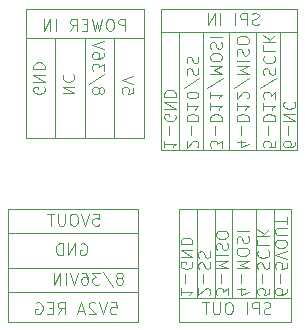
<source format=gbr>
%TF.GenerationSoftware,KiCad,Pcbnew,9.0.3*%
%TF.CreationDate,2025-07-21T23:12:44+12:00*%
%TF.ProjectId,SPI-POWER-INJECTOR,5350492d-504f-4574-9552-2d494e4a4543,rev?*%
%TF.SameCoordinates,Original*%
%TF.FileFunction,Legend,Bot*%
%TF.FilePolarity,Positive*%
%FSLAX46Y46*%
G04 Gerber Fmt 4.6, Leading zero omitted, Abs format (unit mm)*
G04 Created by KiCad (PCBNEW 9.0.3) date 2025-07-21 23:12:44*
%MOMM*%
%LPD*%
G01*
G04 APERTURE LIST*
%ADD10C,0.100000*%
%ADD11C,0.125000*%
G04 APERTURE END LIST*
D10*
X153727580Y-87172306D02*
X153727580Y-87743734D01*
X153727580Y-87458020D02*
X154727580Y-87458020D01*
X154727580Y-87458020D02*
X154584723Y-87553258D01*
X154584723Y-87553258D02*
X154489485Y-87648496D01*
X154489485Y-87648496D02*
X154441866Y-87743734D01*
X154108533Y-86743734D02*
X154108533Y-85981830D01*
X154679961Y-84981830D02*
X154727580Y-85077068D01*
X154727580Y-85077068D02*
X154727580Y-85219925D01*
X154727580Y-85219925D02*
X154679961Y-85362782D01*
X154679961Y-85362782D02*
X154584723Y-85458020D01*
X154584723Y-85458020D02*
X154489485Y-85505639D01*
X154489485Y-85505639D02*
X154299009Y-85553258D01*
X154299009Y-85553258D02*
X154156152Y-85553258D01*
X154156152Y-85553258D02*
X153965676Y-85505639D01*
X153965676Y-85505639D02*
X153870438Y-85458020D01*
X153870438Y-85458020D02*
X153775200Y-85362782D01*
X153775200Y-85362782D02*
X153727580Y-85219925D01*
X153727580Y-85219925D02*
X153727580Y-85124687D01*
X153727580Y-85124687D02*
X153775200Y-84981830D01*
X153775200Y-84981830D02*
X153822819Y-84934211D01*
X153822819Y-84934211D02*
X154156152Y-84934211D01*
X154156152Y-84934211D02*
X154156152Y-85124687D01*
X153727580Y-84505639D02*
X154727580Y-84505639D01*
X154727580Y-84505639D02*
X153727580Y-83934211D01*
X153727580Y-83934211D02*
X154727580Y-83934211D01*
X153727580Y-83458020D02*
X154727580Y-83458020D01*
X154727580Y-83458020D02*
X154727580Y-83219925D01*
X154727580Y-83219925D02*
X154679961Y-83077068D01*
X154679961Y-83077068D02*
X154584723Y-82981830D01*
X154584723Y-82981830D02*
X154489485Y-82934211D01*
X154489485Y-82934211D02*
X154299009Y-82886592D01*
X154299009Y-82886592D02*
X154156152Y-82886592D01*
X154156152Y-82886592D02*
X153965676Y-82934211D01*
X153965676Y-82934211D02*
X153870438Y-82981830D01*
X153870438Y-82981830D02*
X153775200Y-83077068D01*
X153775200Y-83077068D02*
X153727580Y-83219925D01*
X153727580Y-83219925D02*
X153727580Y-83458020D01*
X164827580Y-87267544D02*
X164827580Y-87458020D01*
X164827580Y-87458020D02*
X164779961Y-87553258D01*
X164779961Y-87553258D02*
X164732342Y-87600877D01*
X164732342Y-87600877D02*
X164589485Y-87696115D01*
X164589485Y-87696115D02*
X164399009Y-87743734D01*
X164399009Y-87743734D02*
X164018057Y-87743734D01*
X164018057Y-87743734D02*
X163922819Y-87696115D01*
X163922819Y-87696115D02*
X163875200Y-87648496D01*
X163875200Y-87648496D02*
X163827580Y-87553258D01*
X163827580Y-87553258D02*
X163827580Y-87362782D01*
X163827580Y-87362782D02*
X163875200Y-87267544D01*
X163875200Y-87267544D02*
X163922819Y-87219925D01*
X163922819Y-87219925D02*
X164018057Y-87172306D01*
X164018057Y-87172306D02*
X164256152Y-87172306D01*
X164256152Y-87172306D02*
X164351390Y-87219925D01*
X164351390Y-87219925D02*
X164399009Y-87267544D01*
X164399009Y-87267544D02*
X164446628Y-87362782D01*
X164446628Y-87362782D02*
X164446628Y-87553258D01*
X164446628Y-87553258D02*
X164399009Y-87648496D01*
X164399009Y-87648496D02*
X164351390Y-87696115D01*
X164351390Y-87696115D02*
X164256152Y-87743734D01*
X164208533Y-86743734D02*
X164208533Y-85981830D01*
X163827580Y-85505639D02*
X164827580Y-85505639D01*
X164827580Y-85505639D02*
X163827580Y-84934211D01*
X163827580Y-84934211D02*
X164827580Y-84934211D01*
X163922819Y-83886592D02*
X163875200Y-83934211D01*
X163875200Y-83934211D02*
X163827580Y-84077068D01*
X163827580Y-84077068D02*
X163827580Y-84172306D01*
X163827580Y-84172306D02*
X163875200Y-84315163D01*
X163875200Y-84315163D02*
X163970438Y-84410401D01*
X163970438Y-84410401D02*
X164065676Y-84458020D01*
X164065676Y-84458020D02*
X164256152Y-84505639D01*
X164256152Y-84505639D02*
X164399009Y-84505639D01*
X164399009Y-84505639D02*
X164589485Y-84458020D01*
X164589485Y-84458020D02*
X164684723Y-84410401D01*
X164684723Y-84410401D02*
X164779961Y-84315163D01*
X164779961Y-84315163D02*
X164827580Y-84172306D01*
X164827580Y-84172306D02*
X164827580Y-84077068D01*
X164827580Y-84077068D02*
X164779961Y-83934211D01*
X164779961Y-83934211D02*
X164732342Y-83886592D01*
X159500000Y-93000000D02*
X161500000Y-93000000D01*
X161500000Y-100500000D01*
X159500000Y-100500000D01*
X159500000Y-93000000D01*
X158000000Y-93000000D02*
X159500000Y-93000000D01*
X159500000Y-100500000D01*
X158000000Y-100500000D01*
X158000000Y-93000000D01*
X140500000Y-95000000D02*
X151500000Y-95000000D01*
X151500000Y-98000000D01*
X140500000Y-98000000D01*
X140500000Y-95000000D01*
X155000000Y-100500000D02*
X164500000Y-100500000D01*
X164500000Y-102500000D01*
X155000000Y-102500000D01*
X155000000Y-100500000D01*
X161500000Y-93000000D02*
X163000000Y-93000000D01*
X163000000Y-100500000D01*
X161500000Y-100500000D01*
X161500000Y-93000000D01*
X156500000Y-93000000D02*
X158000000Y-93000000D01*
X158000000Y-100500000D01*
X156500000Y-100500000D01*
X156500000Y-93000000D01*
X153500000Y-78000000D02*
X155000000Y-78000000D01*
X155000000Y-88000000D01*
X153500000Y-88000000D01*
X153500000Y-78000000D01*
X161500000Y-78000000D02*
X163500000Y-78000000D01*
X163500000Y-88000000D01*
X161500000Y-88000000D01*
X161500000Y-78000000D01*
X140500000Y-93000000D02*
X151500000Y-93000000D01*
X151500000Y-95000000D01*
X140500000Y-95000000D01*
X140500000Y-93000000D01*
X157000000Y-78000000D02*
X159250000Y-78000000D01*
X159250000Y-88000000D01*
X157000000Y-88000000D01*
X157000000Y-78000000D01*
X155000000Y-78000000D02*
X157000000Y-78000000D01*
X157000000Y-88000000D01*
X155000000Y-88000000D01*
X155000000Y-78000000D01*
X142000000Y-78500000D02*
X144500000Y-78500000D01*
X144500000Y-87000000D01*
X142000000Y-87000000D01*
X142000000Y-78500000D01*
X153500000Y-76000000D02*
X165000000Y-76000000D01*
X165000000Y-78000000D01*
X153500000Y-78000000D01*
X153500000Y-76000000D01*
X159250000Y-78000000D02*
X161500000Y-78000000D01*
X161500000Y-88000000D01*
X159250000Y-88000000D01*
X159250000Y-78000000D01*
X147000000Y-78500000D02*
X149500000Y-78500000D01*
X149500000Y-87000000D01*
X147000000Y-87000000D01*
X147000000Y-78500000D01*
X140500000Y-98000000D02*
X151500000Y-98000000D01*
X151500000Y-100000000D01*
X140500000Y-100000000D01*
X140500000Y-98000000D01*
X140500000Y-100000000D02*
X151500000Y-100000000D01*
X151500000Y-102500000D01*
X140500000Y-102500000D01*
X140500000Y-100000000D01*
X163500000Y-78000000D02*
X165000000Y-78000000D01*
X165000000Y-88000000D01*
X163500000Y-88000000D01*
X163500000Y-78000000D01*
X144500000Y-78500000D02*
X147000000Y-78500000D01*
X147000000Y-87000000D01*
X144500000Y-87000000D01*
X144500000Y-78500000D01*
X163000000Y-93000000D02*
X164500000Y-93000000D01*
X164500000Y-100500000D01*
X163000000Y-100500000D01*
X163000000Y-93000000D01*
X142000000Y-76000000D02*
X152000000Y-76000000D01*
X152000000Y-78500000D01*
X142000000Y-78500000D01*
X142000000Y-76000000D01*
X149500000Y-78500000D02*
X152000000Y-78500000D01*
X152000000Y-87000000D01*
X149500000Y-87000000D01*
X149500000Y-78500000D01*
X157532342Y-100243734D02*
X157579961Y-100196115D01*
X157579961Y-100196115D02*
X157627580Y-100100877D01*
X157627580Y-100100877D02*
X157627580Y-99862782D01*
X157627580Y-99862782D02*
X157579961Y-99767544D01*
X157579961Y-99767544D02*
X157532342Y-99719925D01*
X157532342Y-99719925D02*
X157437104Y-99672306D01*
X157437104Y-99672306D02*
X157341866Y-99672306D01*
X157341866Y-99672306D02*
X157199009Y-99719925D01*
X157199009Y-99719925D02*
X156627580Y-100291353D01*
X156627580Y-100291353D02*
X156627580Y-99672306D01*
X157008533Y-99243734D02*
X157008533Y-98481830D01*
X156675200Y-98053258D02*
X156627580Y-97910401D01*
X156627580Y-97910401D02*
X156627580Y-97672306D01*
X156627580Y-97672306D02*
X156675200Y-97577068D01*
X156675200Y-97577068D02*
X156722819Y-97529449D01*
X156722819Y-97529449D02*
X156818057Y-97481830D01*
X156818057Y-97481830D02*
X156913295Y-97481830D01*
X156913295Y-97481830D02*
X157008533Y-97529449D01*
X157008533Y-97529449D02*
X157056152Y-97577068D01*
X157056152Y-97577068D02*
X157103771Y-97672306D01*
X157103771Y-97672306D02*
X157151390Y-97862782D01*
X157151390Y-97862782D02*
X157199009Y-97958020D01*
X157199009Y-97958020D02*
X157246628Y-98005639D01*
X157246628Y-98005639D02*
X157341866Y-98053258D01*
X157341866Y-98053258D02*
X157437104Y-98053258D01*
X157437104Y-98053258D02*
X157532342Y-98005639D01*
X157532342Y-98005639D02*
X157579961Y-97958020D01*
X157579961Y-97958020D02*
X157627580Y-97862782D01*
X157627580Y-97862782D02*
X157627580Y-97624687D01*
X157627580Y-97624687D02*
X157579961Y-97481830D01*
X156675200Y-97100877D02*
X156627580Y-96958020D01*
X156627580Y-96958020D02*
X156627580Y-96719925D01*
X156627580Y-96719925D02*
X156675200Y-96624687D01*
X156675200Y-96624687D02*
X156722819Y-96577068D01*
X156722819Y-96577068D02*
X156818057Y-96529449D01*
X156818057Y-96529449D02*
X156913295Y-96529449D01*
X156913295Y-96529449D02*
X157008533Y-96577068D01*
X157008533Y-96577068D02*
X157056152Y-96624687D01*
X157056152Y-96624687D02*
X157103771Y-96719925D01*
X157103771Y-96719925D02*
X157151390Y-96910401D01*
X157151390Y-96910401D02*
X157199009Y-97005639D01*
X157199009Y-97005639D02*
X157246628Y-97053258D01*
X157246628Y-97053258D02*
X157341866Y-97100877D01*
X157341866Y-97100877D02*
X157437104Y-97100877D01*
X157437104Y-97100877D02*
X157532342Y-97053258D01*
X157532342Y-97053258D02*
X157579961Y-97005639D01*
X157579961Y-97005639D02*
X157627580Y-96910401D01*
X157627580Y-96910401D02*
X157627580Y-96672306D01*
X157627580Y-96672306D02*
X157579961Y-96529449D01*
X156532342Y-87743734D02*
X156579961Y-87696115D01*
X156579961Y-87696115D02*
X156627580Y-87600877D01*
X156627580Y-87600877D02*
X156627580Y-87362782D01*
X156627580Y-87362782D02*
X156579961Y-87267544D01*
X156579961Y-87267544D02*
X156532342Y-87219925D01*
X156532342Y-87219925D02*
X156437104Y-87172306D01*
X156437104Y-87172306D02*
X156341866Y-87172306D01*
X156341866Y-87172306D02*
X156199009Y-87219925D01*
X156199009Y-87219925D02*
X155627580Y-87791353D01*
X155627580Y-87791353D02*
X155627580Y-87172306D01*
X156008533Y-86743734D02*
X156008533Y-85981830D01*
X155627580Y-85505639D02*
X156627580Y-85505639D01*
X156627580Y-85505639D02*
X156627580Y-85267544D01*
X156627580Y-85267544D02*
X156579961Y-85124687D01*
X156579961Y-85124687D02*
X156484723Y-85029449D01*
X156484723Y-85029449D02*
X156389485Y-84981830D01*
X156389485Y-84981830D02*
X156199009Y-84934211D01*
X156199009Y-84934211D02*
X156056152Y-84934211D01*
X156056152Y-84934211D02*
X155865676Y-84981830D01*
X155865676Y-84981830D02*
X155770438Y-85029449D01*
X155770438Y-85029449D02*
X155675200Y-85124687D01*
X155675200Y-85124687D02*
X155627580Y-85267544D01*
X155627580Y-85267544D02*
X155627580Y-85505639D01*
X155627580Y-83981830D02*
X155627580Y-84553258D01*
X155627580Y-84267544D02*
X156627580Y-84267544D01*
X156627580Y-84267544D02*
X156484723Y-84362782D01*
X156484723Y-84362782D02*
X156389485Y-84458020D01*
X156389485Y-84458020D02*
X156341866Y-84553258D01*
X156627580Y-83362782D02*
X156627580Y-83267544D01*
X156627580Y-83267544D02*
X156579961Y-83172306D01*
X156579961Y-83172306D02*
X156532342Y-83124687D01*
X156532342Y-83124687D02*
X156437104Y-83077068D01*
X156437104Y-83077068D02*
X156246628Y-83029449D01*
X156246628Y-83029449D02*
X156008533Y-83029449D01*
X156008533Y-83029449D02*
X155818057Y-83077068D01*
X155818057Y-83077068D02*
X155722819Y-83124687D01*
X155722819Y-83124687D02*
X155675200Y-83172306D01*
X155675200Y-83172306D02*
X155627580Y-83267544D01*
X155627580Y-83267544D02*
X155627580Y-83362782D01*
X155627580Y-83362782D02*
X155675200Y-83458020D01*
X155675200Y-83458020D02*
X155722819Y-83505639D01*
X155722819Y-83505639D02*
X155818057Y-83553258D01*
X155818057Y-83553258D02*
X156008533Y-83600877D01*
X156008533Y-83600877D02*
X156246628Y-83600877D01*
X156246628Y-83600877D02*
X156437104Y-83553258D01*
X156437104Y-83553258D02*
X156532342Y-83505639D01*
X156532342Y-83505639D02*
X156579961Y-83458020D01*
X156579961Y-83458020D02*
X156627580Y-83362782D01*
X156675200Y-81886592D02*
X155389485Y-82743734D01*
X155675200Y-81600877D02*
X155627580Y-81458020D01*
X155627580Y-81458020D02*
X155627580Y-81219925D01*
X155627580Y-81219925D02*
X155675200Y-81124687D01*
X155675200Y-81124687D02*
X155722819Y-81077068D01*
X155722819Y-81077068D02*
X155818057Y-81029449D01*
X155818057Y-81029449D02*
X155913295Y-81029449D01*
X155913295Y-81029449D02*
X156008533Y-81077068D01*
X156008533Y-81077068D02*
X156056152Y-81124687D01*
X156056152Y-81124687D02*
X156103771Y-81219925D01*
X156103771Y-81219925D02*
X156151390Y-81410401D01*
X156151390Y-81410401D02*
X156199009Y-81505639D01*
X156199009Y-81505639D02*
X156246628Y-81553258D01*
X156246628Y-81553258D02*
X156341866Y-81600877D01*
X156341866Y-81600877D02*
X156437104Y-81600877D01*
X156437104Y-81600877D02*
X156532342Y-81553258D01*
X156532342Y-81553258D02*
X156579961Y-81505639D01*
X156579961Y-81505639D02*
X156627580Y-81410401D01*
X156627580Y-81410401D02*
X156627580Y-81172306D01*
X156627580Y-81172306D02*
X156579961Y-81029449D01*
X155675200Y-80648496D02*
X155627580Y-80505639D01*
X155627580Y-80505639D02*
X155627580Y-80267544D01*
X155627580Y-80267544D02*
X155675200Y-80172306D01*
X155675200Y-80172306D02*
X155722819Y-80124687D01*
X155722819Y-80124687D02*
X155818057Y-80077068D01*
X155818057Y-80077068D02*
X155913295Y-80077068D01*
X155913295Y-80077068D02*
X156008533Y-80124687D01*
X156008533Y-80124687D02*
X156056152Y-80172306D01*
X156056152Y-80172306D02*
X156103771Y-80267544D01*
X156103771Y-80267544D02*
X156151390Y-80458020D01*
X156151390Y-80458020D02*
X156199009Y-80553258D01*
X156199009Y-80553258D02*
X156246628Y-80600877D01*
X156246628Y-80600877D02*
X156341866Y-80648496D01*
X156341866Y-80648496D02*
X156437104Y-80648496D01*
X156437104Y-80648496D02*
X156532342Y-80600877D01*
X156532342Y-80600877D02*
X156579961Y-80553258D01*
X156579961Y-80553258D02*
X156627580Y-80458020D01*
X156627580Y-80458020D02*
X156627580Y-80219925D01*
X156627580Y-80219925D02*
X156579961Y-80077068D01*
D11*
X150036811Y-98799690D02*
X150132049Y-98752071D01*
X150132049Y-98752071D02*
X150179668Y-98704452D01*
X150179668Y-98704452D02*
X150227287Y-98609214D01*
X150227287Y-98609214D02*
X150227287Y-98561595D01*
X150227287Y-98561595D02*
X150179668Y-98466357D01*
X150179668Y-98466357D02*
X150132049Y-98418738D01*
X150132049Y-98418738D02*
X150036811Y-98371119D01*
X150036811Y-98371119D02*
X149846335Y-98371119D01*
X149846335Y-98371119D02*
X149751097Y-98418738D01*
X149751097Y-98418738D02*
X149703478Y-98466357D01*
X149703478Y-98466357D02*
X149655859Y-98561595D01*
X149655859Y-98561595D02*
X149655859Y-98609214D01*
X149655859Y-98609214D02*
X149703478Y-98704452D01*
X149703478Y-98704452D02*
X149751097Y-98752071D01*
X149751097Y-98752071D02*
X149846335Y-98799690D01*
X149846335Y-98799690D02*
X150036811Y-98799690D01*
X150036811Y-98799690D02*
X150132049Y-98847309D01*
X150132049Y-98847309D02*
X150179668Y-98894928D01*
X150179668Y-98894928D02*
X150227287Y-98990166D01*
X150227287Y-98990166D02*
X150227287Y-99180642D01*
X150227287Y-99180642D02*
X150179668Y-99275880D01*
X150179668Y-99275880D02*
X150132049Y-99323500D01*
X150132049Y-99323500D02*
X150036811Y-99371119D01*
X150036811Y-99371119D02*
X149846335Y-99371119D01*
X149846335Y-99371119D02*
X149751097Y-99323500D01*
X149751097Y-99323500D02*
X149703478Y-99275880D01*
X149703478Y-99275880D02*
X149655859Y-99180642D01*
X149655859Y-99180642D02*
X149655859Y-98990166D01*
X149655859Y-98990166D02*
X149703478Y-98894928D01*
X149703478Y-98894928D02*
X149751097Y-98847309D01*
X149751097Y-98847309D02*
X149846335Y-98799690D01*
X148513002Y-98323500D02*
X149370144Y-99609214D01*
X148274906Y-98371119D02*
X147655859Y-98371119D01*
X147655859Y-98371119D02*
X147989192Y-98752071D01*
X147989192Y-98752071D02*
X147846335Y-98752071D01*
X147846335Y-98752071D02*
X147751097Y-98799690D01*
X147751097Y-98799690D02*
X147703478Y-98847309D01*
X147703478Y-98847309D02*
X147655859Y-98942547D01*
X147655859Y-98942547D02*
X147655859Y-99180642D01*
X147655859Y-99180642D02*
X147703478Y-99275880D01*
X147703478Y-99275880D02*
X147751097Y-99323500D01*
X147751097Y-99323500D02*
X147846335Y-99371119D01*
X147846335Y-99371119D02*
X148132049Y-99371119D01*
X148132049Y-99371119D02*
X148227287Y-99323500D01*
X148227287Y-99323500D02*
X148274906Y-99275880D01*
X146798716Y-98371119D02*
X146989192Y-98371119D01*
X146989192Y-98371119D02*
X147084430Y-98418738D01*
X147084430Y-98418738D02*
X147132049Y-98466357D01*
X147132049Y-98466357D02*
X147227287Y-98609214D01*
X147227287Y-98609214D02*
X147274906Y-98799690D01*
X147274906Y-98799690D02*
X147274906Y-99180642D01*
X147274906Y-99180642D02*
X147227287Y-99275880D01*
X147227287Y-99275880D02*
X147179668Y-99323500D01*
X147179668Y-99323500D02*
X147084430Y-99371119D01*
X147084430Y-99371119D02*
X146893954Y-99371119D01*
X146893954Y-99371119D02*
X146798716Y-99323500D01*
X146798716Y-99323500D02*
X146751097Y-99275880D01*
X146751097Y-99275880D02*
X146703478Y-99180642D01*
X146703478Y-99180642D02*
X146703478Y-98942547D01*
X146703478Y-98942547D02*
X146751097Y-98847309D01*
X146751097Y-98847309D02*
X146798716Y-98799690D01*
X146798716Y-98799690D02*
X146893954Y-98752071D01*
X146893954Y-98752071D02*
X147084430Y-98752071D01*
X147084430Y-98752071D02*
X147179668Y-98799690D01*
X147179668Y-98799690D02*
X147227287Y-98847309D01*
X147227287Y-98847309D02*
X147274906Y-98942547D01*
X146417763Y-98371119D02*
X146084430Y-99371119D01*
X146084430Y-99371119D02*
X145751097Y-98371119D01*
X145417763Y-99371119D02*
X145417763Y-98371119D01*
X144941573Y-99371119D02*
X144941573Y-98371119D01*
X144941573Y-98371119D02*
X144370145Y-99371119D01*
X144370145Y-99371119D02*
X144370145Y-98371119D01*
X148200309Y-83036811D02*
X148247928Y-83132049D01*
X148247928Y-83132049D02*
X148295547Y-83179668D01*
X148295547Y-83179668D02*
X148390785Y-83227287D01*
X148390785Y-83227287D02*
X148438404Y-83227287D01*
X148438404Y-83227287D02*
X148533642Y-83179668D01*
X148533642Y-83179668D02*
X148581261Y-83132049D01*
X148581261Y-83132049D02*
X148628880Y-83036811D01*
X148628880Y-83036811D02*
X148628880Y-82846335D01*
X148628880Y-82846335D02*
X148581261Y-82751097D01*
X148581261Y-82751097D02*
X148533642Y-82703478D01*
X148533642Y-82703478D02*
X148438404Y-82655859D01*
X148438404Y-82655859D02*
X148390785Y-82655859D01*
X148390785Y-82655859D02*
X148295547Y-82703478D01*
X148295547Y-82703478D02*
X148247928Y-82751097D01*
X148247928Y-82751097D02*
X148200309Y-82846335D01*
X148200309Y-82846335D02*
X148200309Y-83036811D01*
X148200309Y-83036811D02*
X148152690Y-83132049D01*
X148152690Y-83132049D02*
X148105071Y-83179668D01*
X148105071Y-83179668D02*
X148009833Y-83227287D01*
X148009833Y-83227287D02*
X147819357Y-83227287D01*
X147819357Y-83227287D02*
X147724119Y-83179668D01*
X147724119Y-83179668D02*
X147676500Y-83132049D01*
X147676500Y-83132049D02*
X147628880Y-83036811D01*
X147628880Y-83036811D02*
X147628880Y-82846335D01*
X147628880Y-82846335D02*
X147676500Y-82751097D01*
X147676500Y-82751097D02*
X147724119Y-82703478D01*
X147724119Y-82703478D02*
X147819357Y-82655859D01*
X147819357Y-82655859D02*
X148009833Y-82655859D01*
X148009833Y-82655859D02*
X148105071Y-82703478D01*
X148105071Y-82703478D02*
X148152690Y-82751097D01*
X148152690Y-82751097D02*
X148200309Y-82846335D01*
X148676500Y-81513002D02*
X147390785Y-82370144D01*
X148628880Y-81274906D02*
X148628880Y-80655859D01*
X148628880Y-80655859D02*
X148247928Y-80989192D01*
X148247928Y-80989192D02*
X148247928Y-80846335D01*
X148247928Y-80846335D02*
X148200309Y-80751097D01*
X148200309Y-80751097D02*
X148152690Y-80703478D01*
X148152690Y-80703478D02*
X148057452Y-80655859D01*
X148057452Y-80655859D02*
X147819357Y-80655859D01*
X147819357Y-80655859D02*
X147724119Y-80703478D01*
X147724119Y-80703478D02*
X147676500Y-80751097D01*
X147676500Y-80751097D02*
X147628880Y-80846335D01*
X147628880Y-80846335D02*
X147628880Y-81132049D01*
X147628880Y-81132049D02*
X147676500Y-81227287D01*
X147676500Y-81227287D02*
X147724119Y-81274906D01*
X148628880Y-79798716D02*
X148628880Y-79989192D01*
X148628880Y-79989192D02*
X148581261Y-80084430D01*
X148581261Y-80084430D02*
X148533642Y-80132049D01*
X148533642Y-80132049D02*
X148390785Y-80227287D01*
X148390785Y-80227287D02*
X148200309Y-80274906D01*
X148200309Y-80274906D02*
X147819357Y-80274906D01*
X147819357Y-80274906D02*
X147724119Y-80227287D01*
X147724119Y-80227287D02*
X147676500Y-80179668D01*
X147676500Y-80179668D02*
X147628880Y-80084430D01*
X147628880Y-80084430D02*
X147628880Y-79893954D01*
X147628880Y-79893954D02*
X147676500Y-79798716D01*
X147676500Y-79798716D02*
X147724119Y-79751097D01*
X147724119Y-79751097D02*
X147819357Y-79703478D01*
X147819357Y-79703478D02*
X148057452Y-79703478D01*
X148057452Y-79703478D02*
X148152690Y-79751097D01*
X148152690Y-79751097D02*
X148200309Y-79798716D01*
X148200309Y-79798716D02*
X148247928Y-79893954D01*
X148247928Y-79893954D02*
X148247928Y-80084430D01*
X148247928Y-80084430D02*
X148200309Y-80179668D01*
X148200309Y-80179668D02*
X148152690Y-80227287D01*
X148152690Y-80227287D02*
X148057452Y-80274906D01*
X148628880Y-79417763D02*
X147628880Y-79084430D01*
X147628880Y-79084430D02*
X148628880Y-78751097D01*
X146655859Y-95918738D02*
X146751097Y-95871119D01*
X146751097Y-95871119D02*
X146893954Y-95871119D01*
X146893954Y-95871119D02*
X147036811Y-95918738D01*
X147036811Y-95918738D02*
X147132049Y-96013976D01*
X147132049Y-96013976D02*
X147179668Y-96109214D01*
X147179668Y-96109214D02*
X147227287Y-96299690D01*
X147227287Y-96299690D02*
X147227287Y-96442547D01*
X147227287Y-96442547D02*
X147179668Y-96633023D01*
X147179668Y-96633023D02*
X147132049Y-96728261D01*
X147132049Y-96728261D02*
X147036811Y-96823500D01*
X147036811Y-96823500D02*
X146893954Y-96871119D01*
X146893954Y-96871119D02*
X146798716Y-96871119D01*
X146798716Y-96871119D02*
X146655859Y-96823500D01*
X146655859Y-96823500D02*
X146608240Y-96775880D01*
X146608240Y-96775880D02*
X146608240Y-96442547D01*
X146608240Y-96442547D02*
X146798716Y-96442547D01*
X146179668Y-96871119D02*
X146179668Y-95871119D01*
X146179668Y-95871119D02*
X145608240Y-96871119D01*
X145608240Y-96871119D02*
X145608240Y-95871119D01*
X145132049Y-96871119D02*
X145132049Y-95871119D01*
X145132049Y-95871119D02*
X144893954Y-95871119D01*
X144893954Y-95871119D02*
X144751097Y-95918738D01*
X144751097Y-95918738D02*
X144655859Y-96013976D01*
X144655859Y-96013976D02*
X144608240Y-96109214D01*
X144608240Y-96109214D02*
X144560621Y-96299690D01*
X144560621Y-96299690D02*
X144560621Y-96442547D01*
X144560621Y-96442547D02*
X144608240Y-96633023D01*
X144608240Y-96633023D02*
X144655859Y-96728261D01*
X144655859Y-96728261D02*
X144751097Y-96823500D01*
X144751097Y-96823500D02*
X144893954Y-96871119D01*
X144893954Y-96871119D02*
X145132049Y-96871119D01*
X151128880Y-82703478D02*
X151128880Y-83179668D01*
X151128880Y-83179668D02*
X150652690Y-83227287D01*
X150652690Y-83227287D02*
X150700309Y-83179668D01*
X150700309Y-83179668D02*
X150747928Y-83084430D01*
X150747928Y-83084430D02*
X150747928Y-82846335D01*
X150747928Y-82846335D02*
X150700309Y-82751097D01*
X150700309Y-82751097D02*
X150652690Y-82703478D01*
X150652690Y-82703478D02*
X150557452Y-82655859D01*
X150557452Y-82655859D02*
X150319357Y-82655859D01*
X150319357Y-82655859D02*
X150224119Y-82703478D01*
X150224119Y-82703478D02*
X150176500Y-82751097D01*
X150176500Y-82751097D02*
X150128880Y-82846335D01*
X150128880Y-82846335D02*
X150128880Y-83084430D01*
X150128880Y-83084430D02*
X150176500Y-83179668D01*
X150176500Y-83179668D02*
X150224119Y-83227287D01*
X151128880Y-82370144D02*
X150128880Y-82036811D01*
X150128880Y-82036811D02*
X151128880Y-81703478D01*
D10*
X160544247Y-99767544D02*
X159877580Y-99767544D01*
X160925200Y-100005639D02*
X160210914Y-100243734D01*
X160210914Y-100243734D02*
X160210914Y-99624687D01*
X160258533Y-99243734D02*
X160258533Y-98481830D01*
X159877580Y-98005639D02*
X160877580Y-98005639D01*
X160877580Y-98005639D02*
X160163295Y-97672306D01*
X160163295Y-97672306D02*
X160877580Y-97338973D01*
X160877580Y-97338973D02*
X159877580Y-97338973D01*
X160877580Y-96672306D02*
X160877580Y-96481830D01*
X160877580Y-96481830D02*
X160829961Y-96386592D01*
X160829961Y-96386592D02*
X160734723Y-96291354D01*
X160734723Y-96291354D02*
X160544247Y-96243735D01*
X160544247Y-96243735D02*
X160210914Y-96243735D01*
X160210914Y-96243735D02*
X160020438Y-96291354D01*
X160020438Y-96291354D02*
X159925200Y-96386592D01*
X159925200Y-96386592D02*
X159877580Y-96481830D01*
X159877580Y-96481830D02*
X159877580Y-96672306D01*
X159877580Y-96672306D02*
X159925200Y-96767544D01*
X159925200Y-96767544D02*
X160020438Y-96862782D01*
X160020438Y-96862782D02*
X160210914Y-96910401D01*
X160210914Y-96910401D02*
X160544247Y-96910401D01*
X160544247Y-96910401D02*
X160734723Y-96862782D01*
X160734723Y-96862782D02*
X160829961Y-96767544D01*
X160829961Y-96767544D02*
X160877580Y-96672306D01*
X159925200Y-95862782D02*
X159877580Y-95719925D01*
X159877580Y-95719925D02*
X159877580Y-95481830D01*
X159877580Y-95481830D02*
X159925200Y-95386592D01*
X159925200Y-95386592D02*
X159972819Y-95338973D01*
X159972819Y-95338973D02*
X160068057Y-95291354D01*
X160068057Y-95291354D02*
X160163295Y-95291354D01*
X160163295Y-95291354D02*
X160258533Y-95338973D01*
X160258533Y-95338973D02*
X160306152Y-95386592D01*
X160306152Y-95386592D02*
X160353771Y-95481830D01*
X160353771Y-95481830D02*
X160401390Y-95672306D01*
X160401390Y-95672306D02*
X160449009Y-95767544D01*
X160449009Y-95767544D02*
X160496628Y-95815163D01*
X160496628Y-95815163D02*
X160591866Y-95862782D01*
X160591866Y-95862782D02*
X160687104Y-95862782D01*
X160687104Y-95862782D02*
X160782342Y-95815163D01*
X160782342Y-95815163D02*
X160829961Y-95767544D01*
X160829961Y-95767544D02*
X160877580Y-95672306D01*
X160877580Y-95672306D02*
X160877580Y-95434211D01*
X160877580Y-95434211D02*
X160829961Y-95291354D01*
X159877580Y-94862782D02*
X160877580Y-94862782D01*
D11*
X143581261Y-82655859D02*
X143628880Y-82751097D01*
X143628880Y-82751097D02*
X143628880Y-82893954D01*
X143628880Y-82893954D02*
X143581261Y-83036811D01*
X143581261Y-83036811D02*
X143486023Y-83132049D01*
X143486023Y-83132049D02*
X143390785Y-83179668D01*
X143390785Y-83179668D02*
X143200309Y-83227287D01*
X143200309Y-83227287D02*
X143057452Y-83227287D01*
X143057452Y-83227287D02*
X142866976Y-83179668D01*
X142866976Y-83179668D02*
X142771738Y-83132049D01*
X142771738Y-83132049D02*
X142676500Y-83036811D01*
X142676500Y-83036811D02*
X142628880Y-82893954D01*
X142628880Y-82893954D02*
X142628880Y-82798716D01*
X142628880Y-82798716D02*
X142676500Y-82655859D01*
X142676500Y-82655859D02*
X142724119Y-82608240D01*
X142724119Y-82608240D02*
X143057452Y-82608240D01*
X143057452Y-82608240D02*
X143057452Y-82798716D01*
X142628880Y-82179668D02*
X143628880Y-82179668D01*
X143628880Y-82179668D02*
X142628880Y-81608240D01*
X142628880Y-81608240D02*
X143628880Y-81608240D01*
X142628880Y-81132049D02*
X143628880Y-81132049D01*
X143628880Y-81132049D02*
X143628880Y-80893954D01*
X143628880Y-80893954D02*
X143581261Y-80751097D01*
X143581261Y-80751097D02*
X143486023Y-80655859D01*
X143486023Y-80655859D02*
X143390785Y-80608240D01*
X143390785Y-80608240D02*
X143200309Y-80560621D01*
X143200309Y-80560621D02*
X143057452Y-80560621D01*
X143057452Y-80560621D02*
X142866976Y-80608240D01*
X142866976Y-80608240D02*
X142771738Y-80655859D01*
X142771738Y-80655859D02*
X142676500Y-80751097D01*
X142676500Y-80751097D02*
X142628880Y-80893954D01*
X142628880Y-80893954D02*
X142628880Y-81132049D01*
X162727287Y-101823500D02*
X162584430Y-101871119D01*
X162584430Y-101871119D02*
X162346335Y-101871119D01*
X162346335Y-101871119D02*
X162251097Y-101823500D01*
X162251097Y-101823500D02*
X162203478Y-101775880D01*
X162203478Y-101775880D02*
X162155859Y-101680642D01*
X162155859Y-101680642D02*
X162155859Y-101585404D01*
X162155859Y-101585404D02*
X162203478Y-101490166D01*
X162203478Y-101490166D02*
X162251097Y-101442547D01*
X162251097Y-101442547D02*
X162346335Y-101394928D01*
X162346335Y-101394928D02*
X162536811Y-101347309D01*
X162536811Y-101347309D02*
X162632049Y-101299690D01*
X162632049Y-101299690D02*
X162679668Y-101252071D01*
X162679668Y-101252071D02*
X162727287Y-101156833D01*
X162727287Y-101156833D02*
X162727287Y-101061595D01*
X162727287Y-101061595D02*
X162679668Y-100966357D01*
X162679668Y-100966357D02*
X162632049Y-100918738D01*
X162632049Y-100918738D02*
X162536811Y-100871119D01*
X162536811Y-100871119D02*
X162298716Y-100871119D01*
X162298716Y-100871119D02*
X162155859Y-100918738D01*
X161727287Y-101871119D02*
X161727287Y-100871119D01*
X161727287Y-100871119D02*
X161346335Y-100871119D01*
X161346335Y-100871119D02*
X161251097Y-100918738D01*
X161251097Y-100918738D02*
X161203478Y-100966357D01*
X161203478Y-100966357D02*
X161155859Y-101061595D01*
X161155859Y-101061595D02*
X161155859Y-101204452D01*
X161155859Y-101204452D02*
X161203478Y-101299690D01*
X161203478Y-101299690D02*
X161251097Y-101347309D01*
X161251097Y-101347309D02*
X161346335Y-101394928D01*
X161346335Y-101394928D02*
X161727287Y-101394928D01*
X160727287Y-101871119D02*
X160727287Y-100871119D01*
X159298716Y-100871119D02*
X159108240Y-100871119D01*
X159108240Y-100871119D02*
X159013002Y-100918738D01*
X159013002Y-100918738D02*
X158917764Y-101013976D01*
X158917764Y-101013976D02*
X158870145Y-101204452D01*
X158870145Y-101204452D02*
X158870145Y-101537785D01*
X158870145Y-101537785D02*
X158917764Y-101728261D01*
X158917764Y-101728261D02*
X159013002Y-101823500D01*
X159013002Y-101823500D02*
X159108240Y-101871119D01*
X159108240Y-101871119D02*
X159298716Y-101871119D01*
X159298716Y-101871119D02*
X159393954Y-101823500D01*
X159393954Y-101823500D02*
X159489192Y-101728261D01*
X159489192Y-101728261D02*
X159536811Y-101537785D01*
X159536811Y-101537785D02*
X159536811Y-101204452D01*
X159536811Y-101204452D02*
X159489192Y-101013976D01*
X159489192Y-101013976D02*
X159393954Y-100918738D01*
X159393954Y-100918738D02*
X159298716Y-100871119D01*
X158441573Y-100871119D02*
X158441573Y-101680642D01*
X158441573Y-101680642D02*
X158393954Y-101775880D01*
X158393954Y-101775880D02*
X158346335Y-101823500D01*
X158346335Y-101823500D02*
X158251097Y-101871119D01*
X158251097Y-101871119D02*
X158060621Y-101871119D01*
X158060621Y-101871119D02*
X157965383Y-101823500D01*
X157965383Y-101823500D02*
X157917764Y-101775880D01*
X157917764Y-101775880D02*
X157870145Y-101680642D01*
X157870145Y-101680642D02*
X157870145Y-100871119D01*
X157536811Y-100871119D02*
X156965383Y-100871119D01*
X157251097Y-101871119D02*
X157251097Y-100871119D01*
D10*
X162627580Y-99719925D02*
X162627580Y-100196115D01*
X162627580Y-100196115D02*
X162151390Y-100243734D01*
X162151390Y-100243734D02*
X162199009Y-100196115D01*
X162199009Y-100196115D02*
X162246628Y-100100877D01*
X162246628Y-100100877D02*
X162246628Y-99862782D01*
X162246628Y-99862782D02*
X162199009Y-99767544D01*
X162199009Y-99767544D02*
X162151390Y-99719925D01*
X162151390Y-99719925D02*
X162056152Y-99672306D01*
X162056152Y-99672306D02*
X161818057Y-99672306D01*
X161818057Y-99672306D02*
X161722819Y-99719925D01*
X161722819Y-99719925D02*
X161675200Y-99767544D01*
X161675200Y-99767544D02*
X161627580Y-99862782D01*
X161627580Y-99862782D02*
X161627580Y-100100877D01*
X161627580Y-100100877D02*
X161675200Y-100196115D01*
X161675200Y-100196115D02*
X161722819Y-100243734D01*
X162008533Y-99243734D02*
X162008533Y-98481830D01*
X161675200Y-98053258D02*
X161627580Y-97910401D01*
X161627580Y-97910401D02*
X161627580Y-97672306D01*
X161627580Y-97672306D02*
X161675200Y-97577068D01*
X161675200Y-97577068D02*
X161722819Y-97529449D01*
X161722819Y-97529449D02*
X161818057Y-97481830D01*
X161818057Y-97481830D02*
X161913295Y-97481830D01*
X161913295Y-97481830D02*
X162008533Y-97529449D01*
X162008533Y-97529449D02*
X162056152Y-97577068D01*
X162056152Y-97577068D02*
X162103771Y-97672306D01*
X162103771Y-97672306D02*
X162151390Y-97862782D01*
X162151390Y-97862782D02*
X162199009Y-97958020D01*
X162199009Y-97958020D02*
X162246628Y-98005639D01*
X162246628Y-98005639D02*
X162341866Y-98053258D01*
X162341866Y-98053258D02*
X162437104Y-98053258D01*
X162437104Y-98053258D02*
X162532342Y-98005639D01*
X162532342Y-98005639D02*
X162579961Y-97958020D01*
X162579961Y-97958020D02*
X162627580Y-97862782D01*
X162627580Y-97862782D02*
X162627580Y-97624687D01*
X162627580Y-97624687D02*
X162579961Y-97481830D01*
X161722819Y-96481830D02*
X161675200Y-96529449D01*
X161675200Y-96529449D02*
X161627580Y-96672306D01*
X161627580Y-96672306D02*
X161627580Y-96767544D01*
X161627580Y-96767544D02*
X161675200Y-96910401D01*
X161675200Y-96910401D02*
X161770438Y-97005639D01*
X161770438Y-97005639D02*
X161865676Y-97053258D01*
X161865676Y-97053258D02*
X162056152Y-97100877D01*
X162056152Y-97100877D02*
X162199009Y-97100877D01*
X162199009Y-97100877D02*
X162389485Y-97053258D01*
X162389485Y-97053258D02*
X162484723Y-97005639D01*
X162484723Y-97005639D02*
X162579961Y-96910401D01*
X162579961Y-96910401D02*
X162627580Y-96767544D01*
X162627580Y-96767544D02*
X162627580Y-96672306D01*
X162627580Y-96672306D02*
X162579961Y-96529449D01*
X162579961Y-96529449D02*
X162532342Y-96481830D01*
X161627580Y-95577068D02*
X161627580Y-96053258D01*
X161627580Y-96053258D02*
X162627580Y-96053258D01*
X161627580Y-95243734D02*
X162627580Y-95243734D01*
X161627580Y-94672306D02*
X162199009Y-95100877D01*
X162627580Y-94672306D02*
X162056152Y-95243734D01*
D11*
X149203478Y-100871119D02*
X149679668Y-100871119D01*
X149679668Y-100871119D02*
X149727287Y-101347309D01*
X149727287Y-101347309D02*
X149679668Y-101299690D01*
X149679668Y-101299690D02*
X149584430Y-101252071D01*
X149584430Y-101252071D02*
X149346335Y-101252071D01*
X149346335Y-101252071D02*
X149251097Y-101299690D01*
X149251097Y-101299690D02*
X149203478Y-101347309D01*
X149203478Y-101347309D02*
X149155859Y-101442547D01*
X149155859Y-101442547D02*
X149155859Y-101680642D01*
X149155859Y-101680642D02*
X149203478Y-101775880D01*
X149203478Y-101775880D02*
X149251097Y-101823500D01*
X149251097Y-101823500D02*
X149346335Y-101871119D01*
X149346335Y-101871119D02*
X149584430Y-101871119D01*
X149584430Y-101871119D02*
X149679668Y-101823500D01*
X149679668Y-101823500D02*
X149727287Y-101775880D01*
X148870144Y-100871119D02*
X148536811Y-101871119D01*
X148536811Y-101871119D02*
X148203478Y-100871119D01*
X147917763Y-100966357D02*
X147870144Y-100918738D01*
X147870144Y-100918738D02*
X147774906Y-100871119D01*
X147774906Y-100871119D02*
X147536811Y-100871119D01*
X147536811Y-100871119D02*
X147441573Y-100918738D01*
X147441573Y-100918738D02*
X147393954Y-100966357D01*
X147393954Y-100966357D02*
X147346335Y-101061595D01*
X147346335Y-101061595D02*
X147346335Y-101156833D01*
X147346335Y-101156833D02*
X147393954Y-101299690D01*
X147393954Y-101299690D02*
X147965382Y-101871119D01*
X147965382Y-101871119D02*
X147346335Y-101871119D01*
X146965382Y-101585404D02*
X146489192Y-101585404D01*
X147060620Y-101871119D02*
X146727287Y-100871119D01*
X146727287Y-100871119D02*
X146393954Y-101871119D01*
X144727287Y-101871119D02*
X145060620Y-101394928D01*
X145298715Y-101871119D02*
X145298715Y-100871119D01*
X145298715Y-100871119D02*
X144917763Y-100871119D01*
X144917763Y-100871119D02*
X144822525Y-100918738D01*
X144822525Y-100918738D02*
X144774906Y-100966357D01*
X144774906Y-100966357D02*
X144727287Y-101061595D01*
X144727287Y-101061595D02*
X144727287Y-101204452D01*
X144727287Y-101204452D02*
X144774906Y-101299690D01*
X144774906Y-101299690D02*
X144822525Y-101347309D01*
X144822525Y-101347309D02*
X144917763Y-101394928D01*
X144917763Y-101394928D02*
X145298715Y-101394928D01*
X144298715Y-101347309D02*
X143965382Y-101347309D01*
X143822525Y-101871119D02*
X144298715Y-101871119D01*
X144298715Y-101871119D02*
X144298715Y-100871119D01*
X144298715Y-100871119D02*
X143822525Y-100871119D01*
X142870144Y-100918738D02*
X142965382Y-100871119D01*
X142965382Y-100871119D02*
X143108239Y-100871119D01*
X143108239Y-100871119D02*
X143251096Y-100918738D01*
X143251096Y-100918738D02*
X143346334Y-101013976D01*
X143346334Y-101013976D02*
X143393953Y-101109214D01*
X143393953Y-101109214D02*
X143441572Y-101299690D01*
X143441572Y-101299690D02*
X143441572Y-101442547D01*
X143441572Y-101442547D02*
X143393953Y-101633023D01*
X143393953Y-101633023D02*
X143346334Y-101728261D01*
X143346334Y-101728261D02*
X143251096Y-101823500D01*
X143251096Y-101823500D02*
X143108239Y-101871119D01*
X143108239Y-101871119D02*
X143013001Y-101871119D01*
X143013001Y-101871119D02*
X142870144Y-101823500D01*
X142870144Y-101823500D02*
X142822525Y-101775880D01*
X142822525Y-101775880D02*
X142822525Y-101442547D01*
X142822525Y-101442547D02*
X143013001Y-101442547D01*
D10*
X155127580Y-99672306D02*
X155127580Y-100243734D01*
X155127580Y-99958020D02*
X156127580Y-99958020D01*
X156127580Y-99958020D02*
X155984723Y-100053258D01*
X155984723Y-100053258D02*
X155889485Y-100148496D01*
X155889485Y-100148496D02*
X155841866Y-100243734D01*
X155508533Y-99243734D02*
X155508533Y-98481830D01*
X156079961Y-97481830D02*
X156127580Y-97577068D01*
X156127580Y-97577068D02*
X156127580Y-97719925D01*
X156127580Y-97719925D02*
X156079961Y-97862782D01*
X156079961Y-97862782D02*
X155984723Y-97958020D01*
X155984723Y-97958020D02*
X155889485Y-98005639D01*
X155889485Y-98005639D02*
X155699009Y-98053258D01*
X155699009Y-98053258D02*
X155556152Y-98053258D01*
X155556152Y-98053258D02*
X155365676Y-98005639D01*
X155365676Y-98005639D02*
X155270438Y-97958020D01*
X155270438Y-97958020D02*
X155175200Y-97862782D01*
X155175200Y-97862782D02*
X155127580Y-97719925D01*
X155127580Y-97719925D02*
X155127580Y-97624687D01*
X155127580Y-97624687D02*
X155175200Y-97481830D01*
X155175200Y-97481830D02*
X155222819Y-97434211D01*
X155222819Y-97434211D02*
X155556152Y-97434211D01*
X155556152Y-97434211D02*
X155556152Y-97624687D01*
X155127580Y-97005639D02*
X156127580Y-97005639D01*
X156127580Y-97005639D02*
X155127580Y-96434211D01*
X155127580Y-96434211D02*
X156127580Y-96434211D01*
X155127580Y-95958020D02*
X156127580Y-95958020D01*
X156127580Y-95958020D02*
X156127580Y-95719925D01*
X156127580Y-95719925D02*
X156079961Y-95577068D01*
X156079961Y-95577068D02*
X155984723Y-95481830D01*
X155984723Y-95481830D02*
X155889485Y-95434211D01*
X155889485Y-95434211D02*
X155699009Y-95386592D01*
X155699009Y-95386592D02*
X155556152Y-95386592D01*
X155556152Y-95386592D02*
X155365676Y-95434211D01*
X155365676Y-95434211D02*
X155270438Y-95481830D01*
X155270438Y-95481830D02*
X155175200Y-95577068D01*
X155175200Y-95577068D02*
X155127580Y-95719925D01*
X155127580Y-95719925D02*
X155127580Y-95958020D01*
D11*
X150429668Y-77871119D02*
X150429668Y-76871119D01*
X150429668Y-76871119D02*
X150048716Y-76871119D01*
X150048716Y-76871119D02*
X149953478Y-76918738D01*
X149953478Y-76918738D02*
X149905859Y-76966357D01*
X149905859Y-76966357D02*
X149858240Y-77061595D01*
X149858240Y-77061595D02*
X149858240Y-77204452D01*
X149858240Y-77204452D02*
X149905859Y-77299690D01*
X149905859Y-77299690D02*
X149953478Y-77347309D01*
X149953478Y-77347309D02*
X150048716Y-77394928D01*
X150048716Y-77394928D02*
X150429668Y-77394928D01*
X149239192Y-76871119D02*
X149048716Y-76871119D01*
X149048716Y-76871119D02*
X148953478Y-76918738D01*
X148953478Y-76918738D02*
X148858240Y-77013976D01*
X148858240Y-77013976D02*
X148810621Y-77204452D01*
X148810621Y-77204452D02*
X148810621Y-77537785D01*
X148810621Y-77537785D02*
X148858240Y-77728261D01*
X148858240Y-77728261D02*
X148953478Y-77823500D01*
X148953478Y-77823500D02*
X149048716Y-77871119D01*
X149048716Y-77871119D02*
X149239192Y-77871119D01*
X149239192Y-77871119D02*
X149334430Y-77823500D01*
X149334430Y-77823500D02*
X149429668Y-77728261D01*
X149429668Y-77728261D02*
X149477287Y-77537785D01*
X149477287Y-77537785D02*
X149477287Y-77204452D01*
X149477287Y-77204452D02*
X149429668Y-77013976D01*
X149429668Y-77013976D02*
X149334430Y-76918738D01*
X149334430Y-76918738D02*
X149239192Y-76871119D01*
X148477287Y-76871119D02*
X148239192Y-77871119D01*
X148239192Y-77871119D02*
X148048716Y-77156833D01*
X148048716Y-77156833D02*
X147858240Y-77871119D01*
X147858240Y-77871119D02*
X147620145Y-76871119D01*
X147239192Y-77347309D02*
X146905859Y-77347309D01*
X146763002Y-77871119D02*
X147239192Y-77871119D01*
X147239192Y-77871119D02*
X147239192Y-76871119D01*
X147239192Y-76871119D02*
X146763002Y-76871119D01*
X145763002Y-77871119D02*
X146096335Y-77394928D01*
X146334430Y-77871119D02*
X146334430Y-76871119D01*
X146334430Y-76871119D02*
X145953478Y-76871119D01*
X145953478Y-76871119D02*
X145858240Y-76918738D01*
X145858240Y-76918738D02*
X145810621Y-76966357D01*
X145810621Y-76966357D02*
X145763002Y-77061595D01*
X145763002Y-77061595D02*
X145763002Y-77204452D01*
X145763002Y-77204452D02*
X145810621Y-77299690D01*
X145810621Y-77299690D02*
X145858240Y-77347309D01*
X145858240Y-77347309D02*
X145953478Y-77394928D01*
X145953478Y-77394928D02*
X146334430Y-77394928D01*
X144572525Y-77871119D02*
X144572525Y-76871119D01*
X144096335Y-77871119D02*
X144096335Y-76871119D01*
X144096335Y-76871119D02*
X143524907Y-77871119D01*
X143524907Y-77871119D02*
X143524907Y-76871119D01*
D10*
X158627580Y-87791353D02*
X158627580Y-87172306D01*
X158627580Y-87172306D02*
X158246628Y-87505639D01*
X158246628Y-87505639D02*
X158246628Y-87362782D01*
X158246628Y-87362782D02*
X158199009Y-87267544D01*
X158199009Y-87267544D02*
X158151390Y-87219925D01*
X158151390Y-87219925D02*
X158056152Y-87172306D01*
X158056152Y-87172306D02*
X157818057Y-87172306D01*
X157818057Y-87172306D02*
X157722819Y-87219925D01*
X157722819Y-87219925D02*
X157675200Y-87267544D01*
X157675200Y-87267544D02*
X157627580Y-87362782D01*
X157627580Y-87362782D02*
X157627580Y-87648496D01*
X157627580Y-87648496D02*
X157675200Y-87743734D01*
X157675200Y-87743734D02*
X157722819Y-87791353D01*
X158008533Y-86743734D02*
X158008533Y-85981830D01*
X157627580Y-85505639D02*
X158627580Y-85505639D01*
X158627580Y-85505639D02*
X158627580Y-85267544D01*
X158627580Y-85267544D02*
X158579961Y-85124687D01*
X158579961Y-85124687D02*
X158484723Y-85029449D01*
X158484723Y-85029449D02*
X158389485Y-84981830D01*
X158389485Y-84981830D02*
X158199009Y-84934211D01*
X158199009Y-84934211D02*
X158056152Y-84934211D01*
X158056152Y-84934211D02*
X157865676Y-84981830D01*
X157865676Y-84981830D02*
X157770438Y-85029449D01*
X157770438Y-85029449D02*
X157675200Y-85124687D01*
X157675200Y-85124687D02*
X157627580Y-85267544D01*
X157627580Y-85267544D02*
X157627580Y-85505639D01*
X157627580Y-83981830D02*
X157627580Y-84553258D01*
X157627580Y-84267544D02*
X158627580Y-84267544D01*
X158627580Y-84267544D02*
X158484723Y-84362782D01*
X158484723Y-84362782D02*
X158389485Y-84458020D01*
X158389485Y-84458020D02*
X158341866Y-84553258D01*
X157627580Y-83029449D02*
X157627580Y-83600877D01*
X157627580Y-83315163D02*
X158627580Y-83315163D01*
X158627580Y-83315163D02*
X158484723Y-83410401D01*
X158484723Y-83410401D02*
X158389485Y-83505639D01*
X158389485Y-83505639D02*
X158341866Y-83600877D01*
X158675200Y-81886592D02*
X157389485Y-82743734D01*
X157627580Y-81553258D02*
X158627580Y-81553258D01*
X158627580Y-81553258D02*
X157913295Y-81219925D01*
X157913295Y-81219925D02*
X158627580Y-80886592D01*
X158627580Y-80886592D02*
X157627580Y-80886592D01*
X158627580Y-80219925D02*
X158627580Y-80029449D01*
X158627580Y-80029449D02*
X158579961Y-79934211D01*
X158579961Y-79934211D02*
X158484723Y-79838973D01*
X158484723Y-79838973D02*
X158294247Y-79791354D01*
X158294247Y-79791354D02*
X157960914Y-79791354D01*
X157960914Y-79791354D02*
X157770438Y-79838973D01*
X157770438Y-79838973D02*
X157675200Y-79934211D01*
X157675200Y-79934211D02*
X157627580Y-80029449D01*
X157627580Y-80029449D02*
X157627580Y-80219925D01*
X157627580Y-80219925D02*
X157675200Y-80315163D01*
X157675200Y-80315163D02*
X157770438Y-80410401D01*
X157770438Y-80410401D02*
X157960914Y-80458020D01*
X157960914Y-80458020D02*
X158294247Y-80458020D01*
X158294247Y-80458020D02*
X158484723Y-80410401D01*
X158484723Y-80410401D02*
X158579961Y-80315163D01*
X158579961Y-80315163D02*
X158627580Y-80219925D01*
X157675200Y-79410401D02*
X157627580Y-79267544D01*
X157627580Y-79267544D02*
X157627580Y-79029449D01*
X157627580Y-79029449D02*
X157675200Y-78934211D01*
X157675200Y-78934211D02*
X157722819Y-78886592D01*
X157722819Y-78886592D02*
X157818057Y-78838973D01*
X157818057Y-78838973D02*
X157913295Y-78838973D01*
X157913295Y-78838973D02*
X158008533Y-78886592D01*
X158008533Y-78886592D02*
X158056152Y-78934211D01*
X158056152Y-78934211D02*
X158103771Y-79029449D01*
X158103771Y-79029449D02*
X158151390Y-79219925D01*
X158151390Y-79219925D02*
X158199009Y-79315163D01*
X158199009Y-79315163D02*
X158246628Y-79362782D01*
X158246628Y-79362782D02*
X158341866Y-79410401D01*
X158341866Y-79410401D02*
X158437104Y-79410401D01*
X158437104Y-79410401D02*
X158532342Y-79362782D01*
X158532342Y-79362782D02*
X158579961Y-79315163D01*
X158579961Y-79315163D02*
X158627580Y-79219925D01*
X158627580Y-79219925D02*
X158627580Y-78981830D01*
X158627580Y-78981830D02*
X158579961Y-78838973D01*
X157627580Y-78410401D02*
X158627580Y-78410401D01*
D11*
X161727287Y-77323500D02*
X161584430Y-77371119D01*
X161584430Y-77371119D02*
X161346335Y-77371119D01*
X161346335Y-77371119D02*
X161251097Y-77323500D01*
X161251097Y-77323500D02*
X161203478Y-77275880D01*
X161203478Y-77275880D02*
X161155859Y-77180642D01*
X161155859Y-77180642D02*
X161155859Y-77085404D01*
X161155859Y-77085404D02*
X161203478Y-76990166D01*
X161203478Y-76990166D02*
X161251097Y-76942547D01*
X161251097Y-76942547D02*
X161346335Y-76894928D01*
X161346335Y-76894928D02*
X161536811Y-76847309D01*
X161536811Y-76847309D02*
X161632049Y-76799690D01*
X161632049Y-76799690D02*
X161679668Y-76752071D01*
X161679668Y-76752071D02*
X161727287Y-76656833D01*
X161727287Y-76656833D02*
X161727287Y-76561595D01*
X161727287Y-76561595D02*
X161679668Y-76466357D01*
X161679668Y-76466357D02*
X161632049Y-76418738D01*
X161632049Y-76418738D02*
X161536811Y-76371119D01*
X161536811Y-76371119D02*
X161298716Y-76371119D01*
X161298716Y-76371119D02*
X161155859Y-76418738D01*
X160727287Y-77371119D02*
X160727287Y-76371119D01*
X160727287Y-76371119D02*
X160346335Y-76371119D01*
X160346335Y-76371119D02*
X160251097Y-76418738D01*
X160251097Y-76418738D02*
X160203478Y-76466357D01*
X160203478Y-76466357D02*
X160155859Y-76561595D01*
X160155859Y-76561595D02*
X160155859Y-76704452D01*
X160155859Y-76704452D02*
X160203478Y-76799690D01*
X160203478Y-76799690D02*
X160251097Y-76847309D01*
X160251097Y-76847309D02*
X160346335Y-76894928D01*
X160346335Y-76894928D02*
X160727287Y-76894928D01*
X159727287Y-77371119D02*
X159727287Y-76371119D01*
X158489192Y-77371119D02*
X158489192Y-76371119D01*
X158013002Y-77371119D02*
X158013002Y-76371119D01*
X158013002Y-76371119D02*
X157441574Y-77371119D01*
X157441574Y-77371119D02*
X157441574Y-76371119D01*
D10*
X160544247Y-87267544D02*
X159877580Y-87267544D01*
X160925200Y-87505639D02*
X160210914Y-87743734D01*
X160210914Y-87743734D02*
X160210914Y-87124687D01*
X160258533Y-86743734D02*
X160258533Y-85981830D01*
X159877580Y-85505639D02*
X160877580Y-85505639D01*
X160877580Y-85505639D02*
X160877580Y-85267544D01*
X160877580Y-85267544D02*
X160829961Y-85124687D01*
X160829961Y-85124687D02*
X160734723Y-85029449D01*
X160734723Y-85029449D02*
X160639485Y-84981830D01*
X160639485Y-84981830D02*
X160449009Y-84934211D01*
X160449009Y-84934211D02*
X160306152Y-84934211D01*
X160306152Y-84934211D02*
X160115676Y-84981830D01*
X160115676Y-84981830D02*
X160020438Y-85029449D01*
X160020438Y-85029449D02*
X159925200Y-85124687D01*
X159925200Y-85124687D02*
X159877580Y-85267544D01*
X159877580Y-85267544D02*
X159877580Y-85505639D01*
X159877580Y-83981830D02*
X159877580Y-84553258D01*
X159877580Y-84267544D02*
X160877580Y-84267544D01*
X160877580Y-84267544D02*
X160734723Y-84362782D01*
X160734723Y-84362782D02*
X160639485Y-84458020D01*
X160639485Y-84458020D02*
X160591866Y-84553258D01*
X160782342Y-83600877D02*
X160829961Y-83553258D01*
X160829961Y-83553258D02*
X160877580Y-83458020D01*
X160877580Y-83458020D02*
X160877580Y-83219925D01*
X160877580Y-83219925D02*
X160829961Y-83124687D01*
X160829961Y-83124687D02*
X160782342Y-83077068D01*
X160782342Y-83077068D02*
X160687104Y-83029449D01*
X160687104Y-83029449D02*
X160591866Y-83029449D01*
X160591866Y-83029449D02*
X160449009Y-83077068D01*
X160449009Y-83077068D02*
X159877580Y-83648496D01*
X159877580Y-83648496D02*
X159877580Y-83029449D01*
X160925200Y-81886592D02*
X159639485Y-82743734D01*
X159877580Y-81553258D02*
X160877580Y-81553258D01*
X160877580Y-81553258D02*
X160163295Y-81219925D01*
X160163295Y-81219925D02*
X160877580Y-80886592D01*
X160877580Y-80886592D02*
X159877580Y-80886592D01*
X159877580Y-80410401D02*
X160877580Y-80410401D01*
X159925200Y-79981830D02*
X159877580Y-79838973D01*
X159877580Y-79838973D02*
X159877580Y-79600878D01*
X159877580Y-79600878D02*
X159925200Y-79505640D01*
X159925200Y-79505640D02*
X159972819Y-79458021D01*
X159972819Y-79458021D02*
X160068057Y-79410402D01*
X160068057Y-79410402D02*
X160163295Y-79410402D01*
X160163295Y-79410402D02*
X160258533Y-79458021D01*
X160258533Y-79458021D02*
X160306152Y-79505640D01*
X160306152Y-79505640D02*
X160353771Y-79600878D01*
X160353771Y-79600878D02*
X160401390Y-79791354D01*
X160401390Y-79791354D02*
X160449009Y-79886592D01*
X160449009Y-79886592D02*
X160496628Y-79934211D01*
X160496628Y-79934211D02*
X160591866Y-79981830D01*
X160591866Y-79981830D02*
X160687104Y-79981830D01*
X160687104Y-79981830D02*
X160782342Y-79934211D01*
X160782342Y-79934211D02*
X160829961Y-79886592D01*
X160829961Y-79886592D02*
X160877580Y-79791354D01*
X160877580Y-79791354D02*
X160877580Y-79553259D01*
X160877580Y-79553259D02*
X160829961Y-79410402D01*
X160877580Y-78791354D02*
X160877580Y-78600878D01*
X160877580Y-78600878D02*
X160829961Y-78505640D01*
X160829961Y-78505640D02*
X160734723Y-78410402D01*
X160734723Y-78410402D02*
X160544247Y-78362783D01*
X160544247Y-78362783D02*
X160210914Y-78362783D01*
X160210914Y-78362783D02*
X160020438Y-78410402D01*
X160020438Y-78410402D02*
X159925200Y-78505640D01*
X159925200Y-78505640D02*
X159877580Y-78600878D01*
X159877580Y-78600878D02*
X159877580Y-78791354D01*
X159877580Y-78791354D02*
X159925200Y-78886592D01*
X159925200Y-78886592D02*
X160020438Y-78981830D01*
X160020438Y-78981830D02*
X160210914Y-79029449D01*
X160210914Y-79029449D02*
X160544247Y-79029449D01*
X160544247Y-79029449D02*
X160734723Y-78981830D01*
X160734723Y-78981830D02*
X160829961Y-78886592D01*
X160829961Y-78886592D02*
X160877580Y-78791354D01*
D11*
X145128880Y-83179668D02*
X146128880Y-83179668D01*
X146128880Y-83179668D02*
X145128880Y-82608240D01*
X145128880Y-82608240D02*
X146128880Y-82608240D01*
X145224119Y-81560621D02*
X145176500Y-81608240D01*
X145176500Y-81608240D02*
X145128880Y-81751097D01*
X145128880Y-81751097D02*
X145128880Y-81846335D01*
X145128880Y-81846335D02*
X145176500Y-81989192D01*
X145176500Y-81989192D02*
X145271738Y-82084430D01*
X145271738Y-82084430D02*
X145366976Y-82132049D01*
X145366976Y-82132049D02*
X145557452Y-82179668D01*
X145557452Y-82179668D02*
X145700309Y-82179668D01*
X145700309Y-82179668D02*
X145890785Y-82132049D01*
X145890785Y-82132049D02*
X145986023Y-82084430D01*
X145986023Y-82084430D02*
X146081261Y-81989192D01*
X146081261Y-81989192D02*
X146128880Y-81846335D01*
X146128880Y-81846335D02*
X146128880Y-81751097D01*
X146128880Y-81751097D02*
X146081261Y-81608240D01*
X146081261Y-81608240D02*
X146033642Y-81560621D01*
D10*
X159127580Y-100291353D02*
X159127580Y-99672306D01*
X159127580Y-99672306D02*
X158746628Y-100005639D01*
X158746628Y-100005639D02*
X158746628Y-99862782D01*
X158746628Y-99862782D02*
X158699009Y-99767544D01*
X158699009Y-99767544D02*
X158651390Y-99719925D01*
X158651390Y-99719925D02*
X158556152Y-99672306D01*
X158556152Y-99672306D02*
X158318057Y-99672306D01*
X158318057Y-99672306D02*
X158222819Y-99719925D01*
X158222819Y-99719925D02*
X158175200Y-99767544D01*
X158175200Y-99767544D02*
X158127580Y-99862782D01*
X158127580Y-99862782D02*
X158127580Y-100148496D01*
X158127580Y-100148496D02*
X158175200Y-100243734D01*
X158175200Y-100243734D02*
X158222819Y-100291353D01*
X158508533Y-99243734D02*
X158508533Y-98481830D01*
X158127580Y-98005639D02*
X159127580Y-98005639D01*
X159127580Y-98005639D02*
X158413295Y-97672306D01*
X158413295Y-97672306D02*
X159127580Y-97338973D01*
X159127580Y-97338973D02*
X158127580Y-97338973D01*
X158127580Y-96862782D02*
X159127580Y-96862782D01*
X158175200Y-96434211D02*
X158127580Y-96291354D01*
X158127580Y-96291354D02*
X158127580Y-96053259D01*
X158127580Y-96053259D02*
X158175200Y-95958021D01*
X158175200Y-95958021D02*
X158222819Y-95910402D01*
X158222819Y-95910402D02*
X158318057Y-95862783D01*
X158318057Y-95862783D02*
X158413295Y-95862783D01*
X158413295Y-95862783D02*
X158508533Y-95910402D01*
X158508533Y-95910402D02*
X158556152Y-95958021D01*
X158556152Y-95958021D02*
X158603771Y-96053259D01*
X158603771Y-96053259D02*
X158651390Y-96243735D01*
X158651390Y-96243735D02*
X158699009Y-96338973D01*
X158699009Y-96338973D02*
X158746628Y-96386592D01*
X158746628Y-96386592D02*
X158841866Y-96434211D01*
X158841866Y-96434211D02*
X158937104Y-96434211D01*
X158937104Y-96434211D02*
X159032342Y-96386592D01*
X159032342Y-96386592D02*
X159079961Y-96338973D01*
X159079961Y-96338973D02*
X159127580Y-96243735D01*
X159127580Y-96243735D02*
X159127580Y-96005640D01*
X159127580Y-96005640D02*
X159079961Y-95862783D01*
X159127580Y-95243735D02*
X159127580Y-95053259D01*
X159127580Y-95053259D02*
X159079961Y-94958021D01*
X159079961Y-94958021D02*
X158984723Y-94862783D01*
X158984723Y-94862783D02*
X158794247Y-94815164D01*
X158794247Y-94815164D02*
X158460914Y-94815164D01*
X158460914Y-94815164D02*
X158270438Y-94862783D01*
X158270438Y-94862783D02*
X158175200Y-94958021D01*
X158175200Y-94958021D02*
X158127580Y-95053259D01*
X158127580Y-95053259D02*
X158127580Y-95243735D01*
X158127580Y-95243735D02*
X158175200Y-95338973D01*
X158175200Y-95338973D02*
X158270438Y-95434211D01*
X158270438Y-95434211D02*
X158460914Y-95481830D01*
X158460914Y-95481830D02*
X158794247Y-95481830D01*
X158794247Y-95481830D02*
X158984723Y-95434211D01*
X158984723Y-95434211D02*
X159079961Y-95338973D01*
X159079961Y-95338973D02*
X159127580Y-95243735D01*
X163127580Y-87219925D02*
X163127580Y-87696115D01*
X163127580Y-87696115D02*
X162651390Y-87743734D01*
X162651390Y-87743734D02*
X162699009Y-87696115D01*
X162699009Y-87696115D02*
X162746628Y-87600877D01*
X162746628Y-87600877D02*
X162746628Y-87362782D01*
X162746628Y-87362782D02*
X162699009Y-87267544D01*
X162699009Y-87267544D02*
X162651390Y-87219925D01*
X162651390Y-87219925D02*
X162556152Y-87172306D01*
X162556152Y-87172306D02*
X162318057Y-87172306D01*
X162318057Y-87172306D02*
X162222819Y-87219925D01*
X162222819Y-87219925D02*
X162175200Y-87267544D01*
X162175200Y-87267544D02*
X162127580Y-87362782D01*
X162127580Y-87362782D02*
X162127580Y-87600877D01*
X162127580Y-87600877D02*
X162175200Y-87696115D01*
X162175200Y-87696115D02*
X162222819Y-87743734D01*
X162508533Y-86743734D02*
X162508533Y-85981830D01*
X162127580Y-85505639D02*
X163127580Y-85505639D01*
X163127580Y-85505639D02*
X163127580Y-85267544D01*
X163127580Y-85267544D02*
X163079961Y-85124687D01*
X163079961Y-85124687D02*
X162984723Y-85029449D01*
X162984723Y-85029449D02*
X162889485Y-84981830D01*
X162889485Y-84981830D02*
X162699009Y-84934211D01*
X162699009Y-84934211D02*
X162556152Y-84934211D01*
X162556152Y-84934211D02*
X162365676Y-84981830D01*
X162365676Y-84981830D02*
X162270438Y-85029449D01*
X162270438Y-85029449D02*
X162175200Y-85124687D01*
X162175200Y-85124687D02*
X162127580Y-85267544D01*
X162127580Y-85267544D02*
X162127580Y-85505639D01*
X162127580Y-83981830D02*
X162127580Y-84553258D01*
X162127580Y-84267544D02*
X163127580Y-84267544D01*
X163127580Y-84267544D02*
X162984723Y-84362782D01*
X162984723Y-84362782D02*
X162889485Y-84458020D01*
X162889485Y-84458020D02*
X162841866Y-84553258D01*
X163127580Y-83648496D02*
X163127580Y-83029449D01*
X163127580Y-83029449D02*
X162746628Y-83362782D01*
X162746628Y-83362782D02*
X162746628Y-83219925D01*
X162746628Y-83219925D02*
X162699009Y-83124687D01*
X162699009Y-83124687D02*
X162651390Y-83077068D01*
X162651390Y-83077068D02*
X162556152Y-83029449D01*
X162556152Y-83029449D02*
X162318057Y-83029449D01*
X162318057Y-83029449D02*
X162222819Y-83077068D01*
X162222819Y-83077068D02*
X162175200Y-83124687D01*
X162175200Y-83124687D02*
X162127580Y-83219925D01*
X162127580Y-83219925D02*
X162127580Y-83505639D01*
X162127580Y-83505639D02*
X162175200Y-83600877D01*
X162175200Y-83600877D02*
X162222819Y-83648496D01*
X163175200Y-81886592D02*
X161889485Y-82743734D01*
X162175200Y-81600877D02*
X162127580Y-81458020D01*
X162127580Y-81458020D02*
X162127580Y-81219925D01*
X162127580Y-81219925D02*
X162175200Y-81124687D01*
X162175200Y-81124687D02*
X162222819Y-81077068D01*
X162222819Y-81077068D02*
X162318057Y-81029449D01*
X162318057Y-81029449D02*
X162413295Y-81029449D01*
X162413295Y-81029449D02*
X162508533Y-81077068D01*
X162508533Y-81077068D02*
X162556152Y-81124687D01*
X162556152Y-81124687D02*
X162603771Y-81219925D01*
X162603771Y-81219925D02*
X162651390Y-81410401D01*
X162651390Y-81410401D02*
X162699009Y-81505639D01*
X162699009Y-81505639D02*
X162746628Y-81553258D01*
X162746628Y-81553258D02*
X162841866Y-81600877D01*
X162841866Y-81600877D02*
X162937104Y-81600877D01*
X162937104Y-81600877D02*
X163032342Y-81553258D01*
X163032342Y-81553258D02*
X163079961Y-81505639D01*
X163079961Y-81505639D02*
X163127580Y-81410401D01*
X163127580Y-81410401D02*
X163127580Y-81172306D01*
X163127580Y-81172306D02*
X163079961Y-81029449D01*
X162222819Y-80029449D02*
X162175200Y-80077068D01*
X162175200Y-80077068D02*
X162127580Y-80219925D01*
X162127580Y-80219925D02*
X162127580Y-80315163D01*
X162127580Y-80315163D02*
X162175200Y-80458020D01*
X162175200Y-80458020D02*
X162270438Y-80553258D01*
X162270438Y-80553258D02*
X162365676Y-80600877D01*
X162365676Y-80600877D02*
X162556152Y-80648496D01*
X162556152Y-80648496D02*
X162699009Y-80648496D01*
X162699009Y-80648496D02*
X162889485Y-80600877D01*
X162889485Y-80600877D02*
X162984723Y-80553258D01*
X162984723Y-80553258D02*
X163079961Y-80458020D01*
X163079961Y-80458020D02*
X163127580Y-80315163D01*
X163127580Y-80315163D02*
X163127580Y-80219925D01*
X163127580Y-80219925D02*
X163079961Y-80077068D01*
X163079961Y-80077068D02*
X163032342Y-80029449D01*
X162127580Y-79124687D02*
X162127580Y-79600877D01*
X162127580Y-79600877D02*
X163127580Y-79600877D01*
X162127580Y-78791353D02*
X163127580Y-78791353D01*
X162127580Y-78219925D02*
X162699009Y-78648496D01*
X163127580Y-78219925D02*
X162556152Y-78791353D01*
D11*
X147703478Y-93371119D02*
X148179668Y-93371119D01*
X148179668Y-93371119D02*
X148227287Y-93847309D01*
X148227287Y-93847309D02*
X148179668Y-93799690D01*
X148179668Y-93799690D02*
X148084430Y-93752071D01*
X148084430Y-93752071D02*
X147846335Y-93752071D01*
X147846335Y-93752071D02*
X147751097Y-93799690D01*
X147751097Y-93799690D02*
X147703478Y-93847309D01*
X147703478Y-93847309D02*
X147655859Y-93942547D01*
X147655859Y-93942547D02*
X147655859Y-94180642D01*
X147655859Y-94180642D02*
X147703478Y-94275880D01*
X147703478Y-94275880D02*
X147751097Y-94323500D01*
X147751097Y-94323500D02*
X147846335Y-94371119D01*
X147846335Y-94371119D02*
X148084430Y-94371119D01*
X148084430Y-94371119D02*
X148179668Y-94323500D01*
X148179668Y-94323500D02*
X148227287Y-94275880D01*
X147370144Y-93371119D02*
X147036811Y-94371119D01*
X147036811Y-94371119D02*
X146703478Y-93371119D01*
X146179668Y-93371119D02*
X145989192Y-93371119D01*
X145989192Y-93371119D02*
X145893954Y-93418738D01*
X145893954Y-93418738D02*
X145798716Y-93513976D01*
X145798716Y-93513976D02*
X145751097Y-93704452D01*
X145751097Y-93704452D02*
X145751097Y-94037785D01*
X145751097Y-94037785D02*
X145798716Y-94228261D01*
X145798716Y-94228261D02*
X145893954Y-94323500D01*
X145893954Y-94323500D02*
X145989192Y-94371119D01*
X145989192Y-94371119D02*
X146179668Y-94371119D01*
X146179668Y-94371119D02*
X146274906Y-94323500D01*
X146274906Y-94323500D02*
X146370144Y-94228261D01*
X146370144Y-94228261D02*
X146417763Y-94037785D01*
X146417763Y-94037785D02*
X146417763Y-93704452D01*
X146417763Y-93704452D02*
X146370144Y-93513976D01*
X146370144Y-93513976D02*
X146274906Y-93418738D01*
X146274906Y-93418738D02*
X146179668Y-93371119D01*
X145322525Y-93371119D02*
X145322525Y-94180642D01*
X145322525Y-94180642D02*
X145274906Y-94275880D01*
X145274906Y-94275880D02*
X145227287Y-94323500D01*
X145227287Y-94323500D02*
X145132049Y-94371119D01*
X145132049Y-94371119D02*
X144941573Y-94371119D01*
X144941573Y-94371119D02*
X144846335Y-94323500D01*
X144846335Y-94323500D02*
X144798716Y-94275880D01*
X144798716Y-94275880D02*
X144751097Y-94180642D01*
X144751097Y-94180642D02*
X144751097Y-93371119D01*
X144417763Y-93371119D02*
X143846335Y-93371119D01*
X144132049Y-94371119D02*
X144132049Y-93371119D01*
D10*
X164127580Y-99767544D02*
X164127580Y-99958020D01*
X164127580Y-99958020D02*
X164079961Y-100053258D01*
X164079961Y-100053258D02*
X164032342Y-100100877D01*
X164032342Y-100100877D02*
X163889485Y-100196115D01*
X163889485Y-100196115D02*
X163699009Y-100243734D01*
X163699009Y-100243734D02*
X163318057Y-100243734D01*
X163318057Y-100243734D02*
X163222819Y-100196115D01*
X163222819Y-100196115D02*
X163175200Y-100148496D01*
X163175200Y-100148496D02*
X163127580Y-100053258D01*
X163127580Y-100053258D02*
X163127580Y-99862782D01*
X163127580Y-99862782D02*
X163175200Y-99767544D01*
X163175200Y-99767544D02*
X163222819Y-99719925D01*
X163222819Y-99719925D02*
X163318057Y-99672306D01*
X163318057Y-99672306D02*
X163556152Y-99672306D01*
X163556152Y-99672306D02*
X163651390Y-99719925D01*
X163651390Y-99719925D02*
X163699009Y-99767544D01*
X163699009Y-99767544D02*
X163746628Y-99862782D01*
X163746628Y-99862782D02*
X163746628Y-100053258D01*
X163746628Y-100053258D02*
X163699009Y-100148496D01*
X163699009Y-100148496D02*
X163651390Y-100196115D01*
X163651390Y-100196115D02*
X163556152Y-100243734D01*
X163508533Y-99243734D02*
X163508533Y-98481830D01*
X164127580Y-97529449D02*
X164127580Y-98005639D01*
X164127580Y-98005639D02*
X163651390Y-98053258D01*
X163651390Y-98053258D02*
X163699009Y-98005639D01*
X163699009Y-98005639D02*
X163746628Y-97910401D01*
X163746628Y-97910401D02*
X163746628Y-97672306D01*
X163746628Y-97672306D02*
X163699009Y-97577068D01*
X163699009Y-97577068D02*
X163651390Y-97529449D01*
X163651390Y-97529449D02*
X163556152Y-97481830D01*
X163556152Y-97481830D02*
X163318057Y-97481830D01*
X163318057Y-97481830D02*
X163222819Y-97529449D01*
X163222819Y-97529449D02*
X163175200Y-97577068D01*
X163175200Y-97577068D02*
X163127580Y-97672306D01*
X163127580Y-97672306D02*
X163127580Y-97910401D01*
X163127580Y-97910401D02*
X163175200Y-98005639D01*
X163175200Y-98005639D02*
X163222819Y-98053258D01*
X164127580Y-97196115D02*
X163127580Y-96862782D01*
X163127580Y-96862782D02*
X164127580Y-96529449D01*
X164127580Y-96005639D02*
X164127580Y-95815163D01*
X164127580Y-95815163D02*
X164079961Y-95719925D01*
X164079961Y-95719925D02*
X163984723Y-95624687D01*
X163984723Y-95624687D02*
X163794247Y-95577068D01*
X163794247Y-95577068D02*
X163460914Y-95577068D01*
X163460914Y-95577068D02*
X163270438Y-95624687D01*
X163270438Y-95624687D02*
X163175200Y-95719925D01*
X163175200Y-95719925D02*
X163127580Y-95815163D01*
X163127580Y-95815163D02*
X163127580Y-96005639D01*
X163127580Y-96005639D02*
X163175200Y-96100877D01*
X163175200Y-96100877D02*
X163270438Y-96196115D01*
X163270438Y-96196115D02*
X163460914Y-96243734D01*
X163460914Y-96243734D02*
X163794247Y-96243734D01*
X163794247Y-96243734D02*
X163984723Y-96196115D01*
X163984723Y-96196115D02*
X164079961Y-96100877D01*
X164079961Y-96100877D02*
X164127580Y-96005639D01*
X164127580Y-95148496D02*
X163318057Y-95148496D01*
X163318057Y-95148496D02*
X163222819Y-95100877D01*
X163222819Y-95100877D02*
X163175200Y-95053258D01*
X163175200Y-95053258D02*
X163127580Y-94958020D01*
X163127580Y-94958020D02*
X163127580Y-94767544D01*
X163127580Y-94767544D02*
X163175200Y-94672306D01*
X163175200Y-94672306D02*
X163222819Y-94624687D01*
X163222819Y-94624687D02*
X163318057Y-94577068D01*
X163318057Y-94577068D02*
X164127580Y-94577068D01*
X164127580Y-94243734D02*
X164127580Y-93672306D01*
X163127580Y-93958020D02*
X164127580Y-93958020D01*
X155000000Y-93000000D02*
X156500000Y-93000000D01*
X156500000Y-100500000D01*
X155000000Y-100500000D01*
X155000000Y-93000000D01*
M02*

</source>
